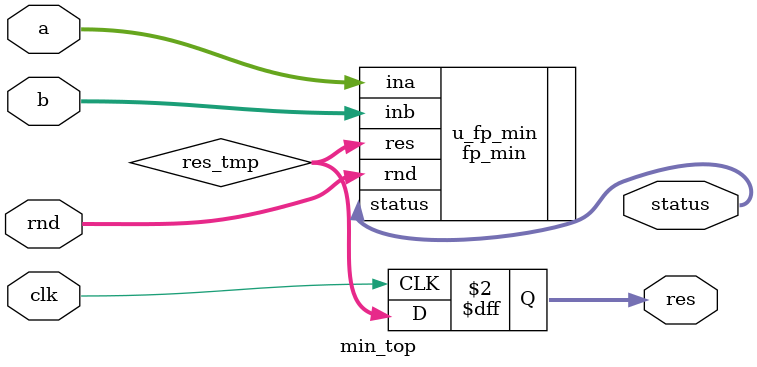
<source format=sv>
module min_top#(
    parameter int unsigned SIGN_W=1,
    parameter int unsigned EXPO_W=8,
    parameter int unsigned MANT_W=23
) (
    input  logic                                        clk ,
    input  logic  [SIGN_W + EXPO_W + MANT_W -1 : 0]     a   ,
    input  logic  [SIGN_W + EXPO_W + MANT_W -1 : 0]     b   ,
    input  logic  [1 : 0]                               rnd ,
    output logic  [4 : 0]                               status,
    output logic  [SIGN_W + EXPO_W + MANT_W -1 : 0]     res       
);

logic [SIGN_W + EXPO_W + MANT_W -1 : 0] res_tmp;

fp_min #(
    .SIGN_W(SIGN_W),
    .EXPO_W(EXPO_W),
    .MANT_W(MANT_W)
)
u_fp_min(
    .ina(a),
    .inb(b),
    .rnd(rnd),
    .status(status),
    .res(res_tmp)
);
always_ff @(posedge clk) begin 
    res<=res_tmp;
end
endmodule
</source>
